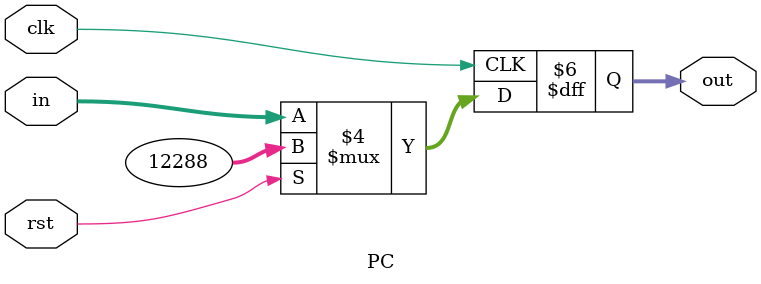
<source format=v>
`timescale 1ns / 1ps
module PC(
    input [31:0] in,
	 input clk,
	 input rst,
    output reg [31:0] out
    );
	always @(posedge clk ) begin
        if(rst == 1) begin
            out <= 32'h3000;
        end
        else begin
            out <= in;
        end
    end 

endmodule

</source>
